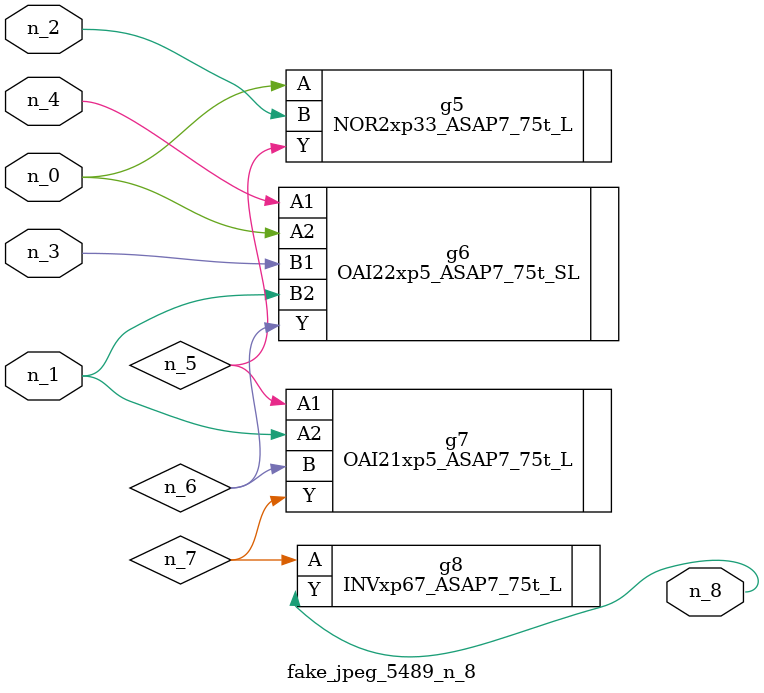
<source format=v>
module fake_jpeg_5489_n_8 (n_3, n_2, n_1, n_0, n_4, n_8);

input n_3;
input n_2;
input n_1;
input n_0;
input n_4;

output n_8;

wire n_6;
wire n_5;
wire n_7;

NOR2xp33_ASAP7_75t_L g5 ( 
.A(n_0),
.B(n_2),
.Y(n_5)
);

OAI22xp5_ASAP7_75t_SL g6 ( 
.A1(n_4),
.A2(n_0),
.B1(n_3),
.B2(n_1),
.Y(n_6)
);

OAI21xp5_ASAP7_75t_L g7 ( 
.A1(n_5),
.A2(n_1),
.B(n_6),
.Y(n_7)
);

INVxp67_ASAP7_75t_L g8 ( 
.A(n_7),
.Y(n_8)
);


endmodule
</source>
